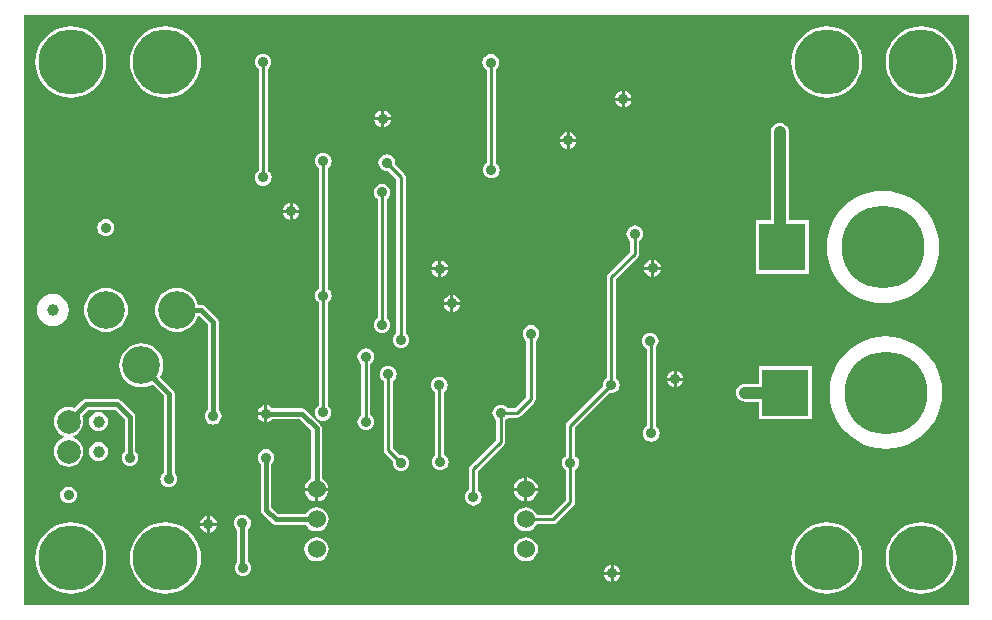
<source format=gbl>
G04 Layer_Physical_Order=2*
G04 Layer_Color=16711680*
%FSLAX25Y25*%
%MOIN*%
G70*
G01*
G75*
%ADD36C,0.01000*%
%ADD37C,0.01500*%
%ADD39C,0.03937*%
%ADD40C,0.06000*%
%ADD41C,0.27559*%
%ADD42C,0.21654*%
%ADD43C,0.07874*%
%ADD44C,0.03937*%
%ADD45C,0.12598*%
%ADD46C,0.03543*%
%ADD47R,0.15748X0.15748*%
G36*
X314961Y0D02*
X0D01*
X0Y196850D01*
X314961D01*
X314961Y0D01*
D02*
G37*
%LPC*%
G36*
X299213Y192966D02*
X297357Y192820D01*
X295547Y192385D01*
X293827Y191673D01*
X292239Y190700D01*
X290824Y189491D01*
X289615Y188075D01*
X288642Y186488D01*
X287930Y184768D01*
X287495Y182958D01*
X287349Y181102D01*
X287495Y179246D01*
X287930Y177436D01*
X288642Y175716D01*
X289615Y174129D01*
X290824Y172714D01*
X292239Y171505D01*
X293827Y170532D01*
X295547Y169820D01*
X297357Y169385D01*
X299213Y169239D01*
X301068Y169385D01*
X302879Y169820D01*
X304598Y170532D01*
X306186Y171505D01*
X307601Y172714D01*
X308810Y174129D01*
X309783Y175716D01*
X310495Y177436D01*
X310930Y179246D01*
X311076Y181102D01*
X310930Y182958D01*
X310495Y184768D01*
X309783Y186488D01*
X308810Y188075D01*
X307601Y189491D01*
X306186Y190700D01*
X304598Y191673D01*
X302879Y192385D01*
X301068Y192820D01*
X299213Y192966D01*
D02*
G37*
G36*
X267717D02*
X265861Y192820D01*
X264051Y192385D01*
X262331Y191673D01*
X260743Y190700D01*
X259328Y189491D01*
X258119Y188075D01*
X257146Y186488D01*
X256434Y184768D01*
X255999Y182958D01*
X255853Y181102D01*
X255999Y179246D01*
X256434Y177436D01*
X257146Y175716D01*
X258119Y174129D01*
X259328Y172714D01*
X260743Y171505D01*
X262331Y170532D01*
X264051Y169820D01*
X265861Y169385D01*
X267717Y169239D01*
X269572Y169385D01*
X271382Y169820D01*
X273102Y170532D01*
X274690Y171505D01*
X276105Y172714D01*
X277314Y174129D01*
X278287Y175716D01*
X278999Y177436D01*
X279434Y179246D01*
X279580Y181102D01*
X279434Y182958D01*
X278999Y184768D01*
X278287Y186488D01*
X277314Y188075D01*
X276105Y189491D01*
X274690Y190700D01*
X273102Y191673D01*
X271382Y192385D01*
X269572Y192820D01*
X267717Y192966D01*
D02*
G37*
G36*
X47244D02*
X45388Y192820D01*
X43578Y192385D01*
X41858Y191673D01*
X40271Y190700D01*
X38855Y189491D01*
X37646Y188075D01*
X36674Y186488D01*
X35961Y184768D01*
X35527Y182958D01*
X35381Y181102D01*
X35527Y179246D01*
X35961Y177436D01*
X36674Y175716D01*
X37646Y174129D01*
X38855Y172714D01*
X40271Y171505D01*
X41858Y170532D01*
X43578Y169820D01*
X45388Y169385D01*
X47244Y169239D01*
X49100Y169385D01*
X50910Y169820D01*
X52630Y170532D01*
X54217Y171505D01*
X55633Y172714D01*
X56842Y174129D01*
X57814Y175716D01*
X58527Y177436D01*
X58961Y179246D01*
X59107Y181102D01*
X58961Y182958D01*
X58527Y184768D01*
X57814Y186488D01*
X56842Y188075D01*
X55633Y189491D01*
X54217Y190700D01*
X52630Y191673D01*
X50910Y192385D01*
X49100Y192820D01*
X47244Y192966D01*
D02*
G37*
G36*
X15748D02*
X13892Y192820D01*
X12082Y192385D01*
X10362Y191673D01*
X8775Y190700D01*
X7359Y189491D01*
X6150Y188075D01*
X5178Y186488D01*
X4465Y184768D01*
X4031Y182958D01*
X3885Y181102D01*
X4031Y179246D01*
X4465Y177436D01*
X5178Y175716D01*
X6150Y174129D01*
X7359Y172714D01*
X8775Y171505D01*
X10362Y170532D01*
X12082Y169820D01*
X13892Y169385D01*
X15748Y169239D01*
X17604Y169385D01*
X19414Y169820D01*
X21134Y170532D01*
X22721Y171505D01*
X24137Y172714D01*
X25346Y174129D01*
X26318Y175716D01*
X27031Y177436D01*
X27465Y179246D01*
X27611Y181102D01*
X27465Y182958D01*
X27031Y184768D01*
X26318Y186488D01*
X25346Y188075D01*
X24137Y189491D01*
X22721Y190700D01*
X21134Y191673D01*
X19414Y192385D01*
X17604Y192820D01*
X15748Y192966D01*
D02*
G37*
G36*
X200402Y171431D02*
Y169201D01*
X202631D01*
X202602Y169424D01*
X202323Y170099D01*
X201878Y170677D01*
X201299Y171122D01*
X200625Y171401D01*
X200402Y171431D01*
D02*
G37*
G36*
X199402D02*
X199178Y171401D01*
X198504Y171122D01*
X197925Y170677D01*
X197480Y170099D01*
X197201Y169424D01*
X197172Y169201D01*
X199402D01*
Y171431D01*
D02*
G37*
G36*
X202631Y168201D02*
X200402D01*
Y165971D01*
X200625Y166000D01*
X201299Y166280D01*
X201878Y166724D01*
X202323Y167303D01*
X202602Y167977D01*
X202631Y168201D01*
D02*
G37*
G36*
X199402D02*
X197172D01*
X197201Y167977D01*
X197480Y167303D01*
X197925Y166724D01*
X198504Y166280D01*
X199178Y166000D01*
X199402Y165971D01*
Y168201D01*
D02*
G37*
G36*
X120185Y164935D02*
Y162705D01*
X122415D01*
X122385Y162928D01*
X122106Y163602D01*
X121662Y164181D01*
X121083Y164626D01*
X120409Y164905D01*
X120185Y164935D01*
D02*
G37*
G36*
X119185D02*
X118962Y164905D01*
X118287Y164626D01*
X117708Y164181D01*
X117264Y163602D01*
X116985Y162928D01*
X116955Y162705D01*
X119185D01*
Y164935D01*
D02*
G37*
G36*
X122415Y161705D02*
X120185D01*
Y159475D01*
X120409Y159504D01*
X121083Y159784D01*
X121662Y160228D01*
X122106Y160807D01*
X122385Y161481D01*
X122415Y161705D01*
D02*
G37*
G36*
X119185D02*
X116955D01*
X116985Y161481D01*
X117264Y160807D01*
X117708Y160228D01*
X118287Y159784D01*
X118962Y159504D01*
X119185Y159475D01*
Y161705D01*
D02*
G37*
G36*
X181996Y157651D02*
Y155421D01*
X184226D01*
X184196Y155645D01*
X183917Y156319D01*
X183473Y156898D01*
X182894Y157342D01*
X182220Y157622D01*
X181996Y157651D01*
D02*
G37*
G36*
X180996D02*
X180772Y157622D01*
X180098Y157342D01*
X179519Y156898D01*
X179075Y156319D01*
X178796Y155645D01*
X178766Y155421D01*
X180996D01*
Y157651D01*
D02*
G37*
G36*
X184226Y154421D02*
X181996D01*
Y152191D01*
X182220Y152221D01*
X182894Y152500D01*
X183473Y152945D01*
X183917Y153524D01*
X184196Y154198D01*
X184226Y154421D01*
D02*
G37*
G36*
X180996D02*
X178766D01*
X178796Y154198D01*
X179075Y153524D01*
X179519Y152945D01*
X180098Y152500D01*
X180772Y152221D01*
X180996Y152191D01*
Y154421D01*
D02*
G37*
G36*
X155709Y183701D02*
X154985Y183606D01*
X154311Y183326D01*
X153732Y182882D01*
X153288Y182303D01*
X153008Y181629D01*
X152913Y180905D01*
X153008Y180182D01*
X153288Y179508D01*
X153732Y178929D01*
X154311Y178484D01*
X154376Y178457D01*
Y147399D01*
X153929Y147055D01*
X153484Y146476D01*
X153205Y145802D01*
X153110Y145079D01*
X153205Y144355D01*
X153484Y143681D01*
X153929Y143102D01*
X154508Y142658D01*
X155182Y142378D01*
X155905Y142283D01*
X156629Y142378D01*
X157303Y142658D01*
X157882Y143102D01*
X158326Y143681D01*
X158606Y144355D01*
X158701Y145079D01*
X158606Y145802D01*
X158326Y146476D01*
X157882Y147055D01*
X157435Y147399D01*
Y178736D01*
X157685Y178929D01*
X158130Y179508D01*
X158409Y180182D01*
X158504Y180905D01*
X158409Y181629D01*
X158130Y182303D01*
X157685Y182882D01*
X157106Y183326D01*
X156432Y183606D01*
X155709Y183701D01*
D02*
G37*
G36*
X79783Y183898D02*
X79060Y183803D01*
X78385Y183523D01*
X77806Y183079D01*
X77362Y182500D01*
X77083Y181826D01*
X76988Y181102D01*
X77083Y180379D01*
X77362Y179705D01*
X77806Y179126D01*
X78349Y178709D01*
Y144904D01*
X77902Y144560D01*
X77457Y143981D01*
X77178Y143307D01*
X77083Y142584D01*
X77178Y141860D01*
X77457Y141186D01*
X77902Y140607D01*
X78481Y140163D01*
X79155Y139883D01*
X79878Y139788D01*
X80602Y139883D01*
X81276Y140163D01*
X81855Y140607D01*
X82300Y141186D01*
X82579Y141860D01*
X82674Y142584D01*
X82579Y143307D01*
X82300Y143981D01*
X81855Y144560D01*
X81408Y144904D01*
Y178855D01*
X81760Y179126D01*
X82204Y179705D01*
X82484Y180379D01*
X82579Y181102D01*
X82484Y181826D01*
X82204Y182500D01*
X81760Y183079D01*
X81181Y183523D01*
X80507Y183803D01*
X79783Y183898D01*
D02*
G37*
G36*
X89673Y134029D02*
Y131799D01*
X91903D01*
X91874Y132023D01*
X91594Y132697D01*
X91150Y133276D01*
X90571Y133720D01*
X89897Y134000D01*
X89673Y134029D01*
D02*
G37*
G36*
X88673D02*
X88450Y134000D01*
X87775Y133720D01*
X87196Y133276D01*
X86752Y132697D01*
X86473Y132023D01*
X86444Y131799D01*
X88673D01*
Y134029D01*
D02*
G37*
G36*
X91903Y130799D02*
X89673D01*
Y128569D01*
X89897Y128599D01*
X90571Y128878D01*
X91150Y129322D01*
X91594Y129901D01*
X91874Y130576D01*
X91903Y130799D01*
D02*
G37*
G36*
X88673D02*
X86444D01*
X86473Y130576D01*
X86752Y129901D01*
X87196Y129322D01*
X87775Y128878D01*
X88450Y128599D01*
X88673Y128569D01*
Y130799D01*
D02*
G37*
G36*
X27362Y128681D02*
X26639Y128586D01*
X25964Y128307D01*
X25385Y127863D01*
X24941Y127284D01*
X24662Y126609D01*
X24567Y125886D01*
X24662Y125162D01*
X24941Y124488D01*
X25385Y123909D01*
X25964Y123465D01*
X26639Y123186D01*
X27362Y123090D01*
X28086Y123186D01*
X28760Y123465D01*
X29339Y123909D01*
X29783Y124488D01*
X30062Y125162D01*
X30158Y125886D01*
X30062Y126609D01*
X29783Y127284D01*
X29339Y127863D01*
X28760Y128307D01*
X28086Y128586D01*
X27362Y128681D01*
D02*
G37*
G36*
X210146Y115033D02*
Y112803D01*
X212375D01*
X212346Y113027D01*
X212067Y113701D01*
X211622Y114280D01*
X211044Y114724D01*
X210369Y115004D01*
X210146Y115033D01*
D02*
G37*
G36*
X209146D02*
X208922Y115004D01*
X208248Y114724D01*
X207669Y114280D01*
X207225Y113701D01*
X206945Y113027D01*
X206916Y112803D01*
X209146D01*
Y115033D01*
D02*
G37*
G36*
X139181Y114935D02*
Y112705D01*
X141411D01*
X141381Y112928D01*
X141102Y113602D01*
X140658Y114181D01*
X140079Y114626D01*
X139405Y114905D01*
X139181Y114935D01*
D02*
G37*
G36*
X138181D02*
X137958Y114905D01*
X137283Y114626D01*
X136704Y114181D01*
X136260Y113602D01*
X135981Y112928D01*
X135951Y112705D01*
X138181D01*
Y114935D01*
D02*
G37*
G36*
X252067Y160770D02*
X251292Y160668D01*
X250570Y160369D01*
X249950Y159893D01*
X249474Y159273D01*
X249175Y158551D01*
X249073Y157776D01*
Y128264D01*
X244079D01*
Y110516D01*
X261827D01*
Y128264D01*
X255178D01*
X255156Y128432D01*
X255061Y128661D01*
Y157776D01*
X254959Y158551D01*
X254660Y159273D01*
X254184Y159893D01*
X253564Y160369D01*
X252842Y160668D01*
X252067Y160770D01*
D02*
G37*
G36*
X212375Y111803D02*
X210146D01*
Y109573D01*
X210369Y109603D01*
X211044Y109882D01*
X211622Y110326D01*
X212067Y110905D01*
X212346Y111580D01*
X212375Y111803D01*
D02*
G37*
G36*
X209146D02*
X206916D01*
X206945Y111580D01*
X207225Y110905D01*
X207669Y110326D01*
X208248Y109882D01*
X208922Y109603D01*
X209146Y109573D01*
Y111803D01*
D02*
G37*
G36*
X141411Y111705D02*
X139181D01*
Y109475D01*
X139405Y109504D01*
X140079Y109784D01*
X140658Y110228D01*
X141102Y110807D01*
X141381Y111481D01*
X141411Y111705D01*
D02*
G37*
G36*
X138181D02*
X135951D01*
X135981Y111481D01*
X136260Y110807D01*
X136704Y110228D01*
X137283Y109784D01*
X137958Y109504D01*
X138181Y109475D01*
Y111705D01*
D02*
G37*
G36*
X143209Y103328D02*
Y101098D01*
X145438D01*
X145409Y101322D01*
X145130Y101996D01*
X144685Y102575D01*
X144106Y103019D01*
X143432Y103299D01*
X143209Y103328D01*
D02*
G37*
G36*
X142209D02*
X141985Y103299D01*
X141311Y103019D01*
X140732Y102575D01*
X140288Y101996D01*
X140008Y101322D01*
X139979Y101098D01*
X142209D01*
Y103328D01*
D02*
G37*
G36*
X286417Y138146D02*
X283969Y137986D01*
X281563Y137507D01*
X279239Y136719D01*
X277039Y135634D01*
X274999Y134270D01*
X273154Y132653D01*
X271537Y130808D01*
X270174Y128768D01*
X269088Y126568D01*
X268300Y124244D01*
X267821Y121838D01*
X267661Y119390D01*
X267821Y116941D01*
X268300Y114535D01*
X269088Y112212D01*
X270174Y110011D01*
X271537Y107971D01*
X273154Y106127D01*
X274999Y104509D01*
X277039Y103146D01*
X279239Y102061D01*
X281563Y101272D01*
X283969Y100794D01*
X286417Y100633D01*
X288866Y100794D01*
X291272Y101272D01*
X293595Y102061D01*
X295796Y103146D01*
X297836Y104509D01*
X299680Y106127D01*
X301298Y107971D01*
X302661Y110011D01*
X303746Y112212D01*
X304535Y114535D01*
X305013Y116941D01*
X305174Y119390D01*
X305013Y121838D01*
X304535Y124244D01*
X303746Y126568D01*
X302661Y128768D01*
X301298Y130808D01*
X299680Y132653D01*
X297836Y134270D01*
X295796Y135634D01*
X293595Y136719D01*
X291272Y137507D01*
X288866Y137986D01*
X286417Y138146D01*
D02*
G37*
G36*
X145438Y100098D02*
X143209D01*
Y97869D01*
X143432Y97898D01*
X144106Y98177D01*
X144685Y98622D01*
X145130Y99201D01*
X145409Y99875D01*
X145438Y100098D01*
D02*
G37*
G36*
X142209D02*
X139979D01*
X140008Y99875D01*
X140288Y99201D01*
X140732Y98622D01*
X141311Y98177D01*
X141985Y97898D01*
X142209Y97869D01*
Y100098D01*
D02*
G37*
G36*
X9744Y103802D02*
X8353Y103619D01*
X7056Y103082D01*
X5942Y102227D01*
X5088Y101114D01*
X4551Y99817D01*
X4367Y98425D01*
X4551Y97034D01*
X5088Y95737D01*
X5942Y94623D01*
X7056Y93769D01*
X8353Y93232D01*
X9744Y93049D01*
X11136Y93232D01*
X12432Y93769D01*
X13546Y94623D01*
X14401Y95737D01*
X14938Y97034D01*
X15121Y98425D01*
X14938Y99817D01*
X14401Y101114D01*
X13546Y102227D01*
X12432Y103082D01*
X11136Y103619D01*
X9744Y103802D01*
D02*
G37*
G36*
X27461Y105760D02*
X26030Y105619D01*
X24654Y105201D01*
X23386Y104524D01*
X22274Y103612D01*
X21362Y102500D01*
X20684Y101232D01*
X20267Y99856D01*
X20126Y98425D01*
X20267Y96994D01*
X20684Y95618D01*
X21362Y94350D01*
X22274Y93239D01*
X23386Y92327D01*
X24654Y91649D01*
X26030Y91232D01*
X27461Y91091D01*
X28892Y91232D01*
X30267Y91649D01*
X31536Y92327D01*
X32647Y93239D01*
X33559Y94350D01*
X34237Y95618D01*
X34654Y96994D01*
X34795Y98425D01*
X34654Y99856D01*
X34237Y101232D01*
X33559Y102500D01*
X32647Y103612D01*
X31536Y104524D01*
X30267Y105201D01*
X28892Y105619D01*
X27461Y105760D01*
D02*
G37*
G36*
X119488Y140394D02*
X118765Y140299D01*
X118090Y140020D01*
X117511Y139575D01*
X117067Y138996D01*
X116788Y138322D01*
X116693Y137598D01*
X116788Y136875D01*
X117067Y136201D01*
X117511Y135622D01*
X117959Y135278D01*
Y95824D01*
X117511Y95481D01*
X117067Y94902D01*
X116788Y94227D01*
X116693Y93504D01*
X116788Y92780D01*
X117067Y92106D01*
X117511Y91527D01*
X118090Y91083D01*
X118765Y90804D01*
X119488Y90708D01*
X120212Y90804D01*
X120886Y91083D01*
X121465Y91527D01*
X121909Y92106D01*
X122188Y92780D01*
X122284Y93504D01*
X122188Y94227D01*
X121909Y94902D01*
X121465Y95481D01*
X121018Y95824D01*
Y135278D01*
X121465Y135622D01*
X121909Y136201D01*
X122188Y136875D01*
X122284Y137598D01*
X122188Y138322D01*
X121909Y138996D01*
X121465Y139575D01*
X120886Y140020D01*
X120212Y140299D01*
X119488Y140394D01*
D02*
G37*
G36*
X121063Y150335D02*
X120339Y150240D01*
X119665Y149960D01*
X119086Y149516D01*
X118642Y148937D01*
X118363Y148263D01*
X118267Y147539D01*
X118363Y146816D01*
X118642Y146142D01*
X119086Y145563D01*
X119665Y145118D01*
X120339Y144839D01*
X121063Y144744D01*
X121622Y144817D01*
X124258Y142182D01*
Y90804D01*
X123811Y90461D01*
X123366Y89882D01*
X123087Y89208D01*
X122992Y88484D01*
X123087Y87761D01*
X123366Y87086D01*
X123811Y86507D01*
X124390Y86063D01*
X125064Y85784D01*
X125787Y85689D01*
X126511Y85784D01*
X127185Y86063D01*
X127764Y86507D01*
X128208Y87086D01*
X128488Y87761D01*
X128583Y88484D01*
X128488Y89208D01*
X128208Y89882D01*
X127764Y90461D01*
X127317Y90804D01*
Y142815D01*
X127200Y143400D01*
X126869Y143896D01*
X123785Y146980D01*
X123859Y147539D01*
X123763Y148263D01*
X123484Y148937D01*
X123040Y149516D01*
X122461Y149960D01*
X121786Y150240D01*
X121063Y150335D01*
D02*
G37*
G36*
X217626Y78123D02*
Y75894D01*
X219856D01*
X219826Y76117D01*
X219547Y76792D01*
X219103Y77371D01*
X218524Y77815D01*
X217849Y78094D01*
X217626Y78123D01*
D02*
G37*
G36*
X216626D02*
X216402Y78094D01*
X215728Y77815D01*
X215149Y77371D01*
X214705Y76792D01*
X214426Y76117D01*
X214396Y75894D01*
X216626D01*
Y78123D01*
D02*
G37*
G36*
X219856Y74894D02*
X217626D01*
Y72664D01*
X217849Y72693D01*
X218524Y72973D01*
X219103Y73417D01*
X219547Y73996D01*
X219826Y74670D01*
X219856Y74894D01*
D02*
G37*
G36*
X216626D02*
X214396D01*
X214426Y74670D01*
X214705Y73996D01*
X215149Y73417D01*
X215728Y72973D01*
X216402Y72693D01*
X216626Y72664D01*
Y74894D01*
D02*
G37*
G36*
X203740Y126614D02*
X203017Y126519D01*
X202342Y126240D01*
X201763Y125796D01*
X201319Y125217D01*
X201040Y124542D01*
X200945Y123819D01*
X201040Y123095D01*
X201319Y122421D01*
X201763Y121842D01*
X202211Y121499D01*
Y117858D01*
X194785Y110432D01*
X194453Y109936D01*
X194337Y109350D01*
Y85728D01*
X194360Y85610D01*
Y75820D01*
X193913Y75477D01*
X193469Y74898D01*
X193190Y74224D01*
X193094Y73500D01*
X193168Y72941D01*
X181202Y60975D01*
X180870Y60479D01*
X180754Y59894D01*
Y49859D01*
X180307Y49516D01*
X179862Y48937D01*
X179583Y48263D01*
X179488Y47539D01*
X179583Y46816D01*
X179862Y46142D01*
X180307Y45563D01*
X180754Y45219D01*
Y34984D01*
X175941Y30171D01*
X171117D01*
X170915Y30659D01*
X170274Y31495D01*
X169439Y32136D01*
X168466Y32539D01*
X167421Y32676D01*
X166377Y32539D01*
X165404Y32136D01*
X164569Y31495D01*
X163927Y30659D01*
X163524Y29686D01*
X163387Y28642D01*
X163524Y27597D01*
X163927Y26625D01*
X164569Y25789D01*
X165404Y25148D01*
X166377Y24745D01*
X167421Y24607D01*
X168466Y24745D01*
X169439Y25148D01*
X170274Y25789D01*
X170915Y26625D01*
X171117Y27112D01*
X176575D01*
X177160Y27229D01*
X177656Y27560D01*
X183365Y33269D01*
X183696Y33765D01*
X183813Y34350D01*
Y45219D01*
X184260Y45563D01*
X184704Y46142D01*
X184984Y46816D01*
X185079Y47539D01*
X184984Y48263D01*
X184704Y48937D01*
X184260Y49516D01*
X183813Y49859D01*
Y59260D01*
X195331Y70778D01*
X195890Y70704D01*
X196613Y70800D01*
X197287Y71079D01*
X197866Y71523D01*
X198311Y72102D01*
X198590Y72776D01*
X198685Y73500D01*
X198590Y74224D01*
X198311Y74898D01*
X197866Y75477D01*
X197419Y75820D01*
Y85705D01*
X197396Y85823D01*
Y108717D01*
X204822Y116143D01*
X205153Y116639D01*
X205270Y117224D01*
Y121499D01*
X205717Y121842D01*
X206161Y122421D01*
X206440Y123095D01*
X206536Y123819D01*
X206440Y124542D01*
X206161Y125217D01*
X205717Y125796D01*
X205138Y126240D01*
X204464Y126519D01*
X203740Y126614D01*
D02*
G37*
G36*
X20689Y68713D02*
X20006Y68578D01*
X19427Y68191D01*
X19427Y68191D01*
X16955Y65719D01*
X16249Y66011D01*
X14961Y66180D01*
X13672Y66011D01*
X12471Y65513D01*
X11440Y64722D01*
X10648Y63691D01*
X10151Y62490D01*
X9981Y61201D01*
X10151Y59912D01*
X10648Y58711D01*
X11440Y57680D01*
X12471Y56888D01*
X13477Y56471D01*
Y55930D01*
X12471Y55513D01*
X11440Y54722D01*
X10648Y53691D01*
X10151Y52490D01*
X9981Y51201D01*
X10151Y49912D01*
X10648Y48711D01*
X11440Y47680D01*
X12471Y46888D01*
X13672Y46391D01*
X14961Y46221D01*
X16249Y46391D01*
X17450Y46888D01*
X18482Y47680D01*
X19273Y48711D01*
X19771Y49912D01*
X19940Y51201D01*
X19771Y52490D01*
X19273Y53691D01*
X18482Y54722D01*
X17450Y55513D01*
X16444Y55930D01*
Y56471D01*
X17450Y56888D01*
X18482Y57680D01*
X19273Y58711D01*
X19771Y59912D01*
X19940Y61201D01*
X19771Y62490D01*
X19478Y63195D01*
X21428Y65145D01*
X30462D01*
X33649Y61958D01*
Y51337D01*
X33456Y51189D01*
X33012Y50610D01*
X32733Y49936D01*
X32638Y49213D01*
X32733Y48489D01*
X33012Y47815D01*
X33456Y47236D01*
X34035Y46792D01*
X34710Y46512D01*
X35433Y46417D01*
X36157Y46512D01*
X36831Y46792D01*
X37410Y47236D01*
X37854Y47815D01*
X38133Y48489D01*
X38229Y49213D01*
X38133Y49936D01*
X37854Y50610D01*
X37410Y51189D01*
X37217Y51337D01*
Y62697D01*
X37082Y63380D01*
X36695Y63959D01*
X32462Y68191D01*
X31884Y68578D01*
X31201Y68713D01*
X20689D01*
X20689Y68713D01*
D02*
G37*
G36*
X169095Y93347D02*
X168371Y93252D01*
X167697Y92972D01*
X167118Y92528D01*
X166674Y91949D01*
X166394Y91275D01*
X166299Y90551D01*
X166394Y89828D01*
X166674Y89153D01*
X167118Y88574D01*
X167565Y88231D01*
Y69236D01*
X163933Y65604D01*
X161375D01*
X161032Y66052D01*
X160453Y66496D01*
X159779Y66775D01*
X159055Y66870D01*
X158332Y66775D01*
X157657Y66496D01*
X157078Y66052D01*
X156634Y65473D01*
X156355Y64798D01*
X156260Y64075D01*
X156355Y63351D01*
X156634Y62677D01*
X157078Y62098D01*
X157526Y61755D01*
Y55161D01*
X148820Y46455D01*
X148489Y45959D01*
X148372Y45374D01*
Y38344D01*
X147925Y38000D01*
X147480Y37421D01*
X147201Y36747D01*
X147106Y36024D01*
X147201Y35300D01*
X147480Y34626D01*
X147925Y34047D01*
X148504Y33603D01*
X149178Y33323D01*
X149902Y33228D01*
X150625Y33323D01*
X151299Y33603D01*
X151878Y34047D01*
X152323Y34626D01*
X152602Y35300D01*
X152697Y36024D01*
X152602Y36747D01*
X152323Y37421D01*
X151878Y38000D01*
X151431Y38344D01*
Y44741D01*
X160137Y53446D01*
X160468Y53942D01*
X160584Y54528D01*
Y61755D01*
X161032Y62098D01*
X161375Y62545D01*
X164567D01*
X165152Y62662D01*
X165648Y62993D01*
X170176Y67521D01*
X170508Y68017D01*
X170624Y68602D01*
Y88231D01*
X171071Y88574D01*
X171516Y89153D01*
X171795Y89828D01*
X171890Y90551D01*
X171795Y91275D01*
X171516Y91949D01*
X171071Y92528D01*
X170492Y92972D01*
X169818Y93252D01*
X169095Y93347D01*
D02*
G37*
G36*
X80201Y66608D02*
X79977Y66578D01*
X79303Y66299D01*
X78724Y65855D01*
X78280Y65276D01*
X78000Y64601D01*
X77971Y64378D01*
X80201D01*
Y66608D01*
D02*
G37*
G36*
X262811Y79740D02*
X245063D01*
Y73860D01*
X240453D01*
X239678Y73758D01*
X238956Y73459D01*
X238336Y72983D01*
X237860Y72363D01*
X237561Y71641D01*
X237459Y70866D01*
X237561Y70091D01*
X237860Y69369D01*
X238336Y68749D01*
X238956Y68273D01*
X239678Y67974D01*
X240453Y67872D01*
X245063D01*
Y61992D01*
X262811D01*
Y79740D01*
D02*
G37*
G36*
X99888Y150796D02*
X99164Y150700D01*
X98490Y150421D01*
X97911Y149977D01*
X97467Y149398D01*
X97187Y148724D01*
X97092Y148000D01*
X97187Y147276D01*
X97467Y146602D01*
X97911Y146023D01*
X98358Y145680D01*
Y105554D01*
X97911Y105211D01*
X97467Y104632D01*
X97187Y103958D01*
X97092Y103234D01*
X97187Y102511D01*
X97467Y101836D01*
X97911Y101257D01*
X98358Y100914D01*
Y66629D01*
X97826Y66221D01*
X97382Y65642D01*
X97103Y64967D01*
X97008Y64244D01*
X97103Y63520D01*
X97382Y62846D01*
X97826Y62267D01*
X98405Y61823D01*
X99080Y61544D01*
X99803Y61448D01*
X100527Y61544D01*
X101201Y61823D01*
X101780Y62267D01*
X102224Y62846D01*
X102504Y63520D01*
X102599Y64244D01*
X102504Y64967D01*
X102224Y65642D01*
X101780Y66221D01*
X101417Y66499D01*
Y100914D01*
X101864Y101257D01*
X102309Y101836D01*
X102588Y102511D01*
X102683Y103234D01*
X102588Y103958D01*
X102309Y104632D01*
X101864Y105211D01*
X101417Y105554D01*
Y145680D01*
X101864Y146023D01*
X102309Y146602D01*
X102588Y147276D01*
X102683Y148000D01*
X102588Y148724D01*
X102309Y149398D01*
X101864Y149977D01*
X101285Y150421D01*
X100611Y150700D01*
X99888Y150796D01*
D02*
G37*
G36*
X80201Y63378D02*
X77971D01*
X78000Y63154D01*
X78280Y62480D01*
X78724Y61901D01*
X79303Y61457D01*
X79977Y61178D01*
X80201Y61148D01*
Y63378D01*
D02*
G37*
G36*
X51083Y105760D02*
X49652Y105619D01*
X48276Y105201D01*
X47008Y104524D01*
X45896Y103612D01*
X44984Y102500D01*
X44306Y101232D01*
X43889Y99856D01*
X43748Y98425D01*
X43889Y96994D01*
X44306Y95618D01*
X44984Y94350D01*
X45896Y93239D01*
X47008Y92327D01*
X48276Y91649D01*
X49652Y91232D01*
X51083Y91091D01*
X52514Y91232D01*
X53890Y91649D01*
X55158Y92327D01*
X56269Y93239D01*
X57181Y94350D01*
X57859Y95618D01*
X58062Y96287D01*
X58627Y96428D01*
X61405Y93651D01*
Y65117D01*
X61212Y64969D01*
X60768Y64390D01*
X60489Y63716D01*
X60393Y62992D01*
X60489Y62269D01*
X60768Y61594D01*
X61212Y61015D01*
X61791Y60571D01*
X62465Y60292D01*
X63189Y60197D01*
X63912Y60292D01*
X64587Y60571D01*
X65166Y61015D01*
X65610Y61594D01*
X65889Y62269D01*
X65985Y62992D01*
X65889Y63716D01*
X65610Y64390D01*
X65166Y64969D01*
X64973Y65117D01*
Y94390D01*
X64837Y95073D01*
X64451Y95651D01*
X64451Y95652D01*
X60415Y99687D01*
X59836Y100074D01*
X59153Y100209D01*
X58169D01*
X57859Y101232D01*
X57181Y102500D01*
X56269Y103612D01*
X55158Y104524D01*
X53890Y105201D01*
X52514Y105619D01*
X51083Y105760D01*
D02*
G37*
G36*
X114075Y85670D02*
X113351Y85574D01*
X112677Y85295D01*
X112098Y84851D01*
X111654Y84272D01*
X111374Y83598D01*
X111279Y82874D01*
X111374Y82151D01*
X111654Y81476D01*
X112098Y80897D01*
X112545Y80554D01*
Y63442D01*
X112098Y63099D01*
X111654Y62520D01*
X111374Y61846D01*
X111279Y61122D01*
X111374Y60399D01*
X111654Y59724D01*
X112098Y59145D01*
X112677Y58701D01*
X113351Y58422D01*
X114075Y58327D01*
X114798Y58422D01*
X115473Y58701D01*
X116052Y59145D01*
X116496Y59724D01*
X116775Y60399D01*
X116870Y61122D01*
X116775Y61846D01*
X116496Y62520D01*
X116052Y63099D01*
X115604Y63442D01*
Y80554D01*
X116052Y80897D01*
X116496Y81476D01*
X116775Y82151D01*
X116870Y82874D01*
X116775Y83598D01*
X116496Y84272D01*
X116052Y84851D01*
X115473Y85295D01*
X114798Y85574D01*
X114075Y85670D01*
D02*
G37*
G36*
X24961Y64393D02*
X24134Y64285D01*
X23364Y63966D01*
X22703Y63458D01*
X22196Y62797D01*
X21877Y62027D01*
X21768Y61201D01*
X21877Y60374D01*
X22196Y59605D01*
X22703Y58943D01*
X23364Y58436D01*
X24134Y58117D01*
X24961Y58008D01*
X25787Y58117D01*
X26557Y58436D01*
X27218Y58943D01*
X27725Y59605D01*
X28045Y60374D01*
X28153Y61201D01*
X28045Y62027D01*
X27725Y62797D01*
X27218Y63458D01*
X26557Y63966D01*
X25787Y64285D01*
X24961Y64393D01*
D02*
G37*
G36*
X208858Y90886D02*
X208135Y90791D01*
X207460Y90512D01*
X206881Y90067D01*
X206437Y89488D01*
X206158Y88814D01*
X206063Y88090D01*
X206158Y87367D01*
X206437Y86693D01*
X206881Y86114D01*
X207460Y85669D01*
X207723Y85561D01*
Y59604D01*
X207275Y59260D01*
X206831Y58681D01*
X206552Y58007D01*
X206456Y57284D01*
X206552Y56560D01*
X206831Y55886D01*
X207275Y55307D01*
X207854Y54862D01*
X208528Y54583D01*
X209252Y54488D01*
X209976Y54583D01*
X210650Y54862D01*
X211229Y55307D01*
X211673Y55886D01*
X211952Y56560D01*
X212048Y57284D01*
X211952Y58007D01*
X211673Y58681D01*
X211229Y59260D01*
X210781Y59604D01*
Y86073D01*
X210835Y86114D01*
X211279Y86693D01*
X211559Y87367D01*
X211654Y88090D01*
X211559Y88814D01*
X211279Y89488D01*
X210835Y90067D01*
X210256Y90512D01*
X209582Y90791D01*
X208858Y90886D01*
D02*
G37*
G36*
X287402Y89623D02*
X284953Y89462D01*
X282547Y88984D01*
X280224Y88195D01*
X278023Y87110D01*
X275983Y85747D01*
X274139Y84129D01*
X272521Y82284D01*
X271158Y80244D01*
X270073Y78044D01*
X269284Y75721D01*
X268805Y73314D01*
X268645Y70866D01*
X268805Y68418D01*
X269284Y66012D01*
X270073Y63688D01*
X271158Y61488D01*
X272521Y59448D01*
X274139Y57603D01*
X275983Y55985D01*
X278023Y54622D01*
X280224Y53537D01*
X282547Y52749D01*
X284953Y52270D01*
X287402Y52109D01*
X289850Y52270D01*
X292256Y52749D01*
X294579Y53537D01*
X296780Y54622D01*
X298820Y55985D01*
X300665Y57603D01*
X302282Y59448D01*
X303645Y61488D01*
X304731Y63688D01*
X305519Y66012D01*
X305998Y68418D01*
X306158Y70866D01*
X305998Y73314D01*
X305519Y75721D01*
X304731Y78044D01*
X303645Y80244D01*
X302282Y82284D01*
X300665Y84129D01*
X298820Y85747D01*
X296780Y87110D01*
X294579Y88195D01*
X292256Y88984D01*
X289850Y89462D01*
X287402Y89623D01*
D02*
G37*
G36*
X24961Y54393D02*
X24134Y54285D01*
X23364Y53966D01*
X22703Y53458D01*
X22196Y52797D01*
X21877Y52027D01*
X21768Y51201D01*
X21877Y50375D01*
X22196Y49604D01*
X22703Y48943D01*
X23364Y48436D01*
X24134Y48117D01*
X24961Y48008D01*
X25787Y48117D01*
X26557Y48436D01*
X27218Y48943D01*
X27725Y49604D01*
X28045Y50375D01*
X28153Y51201D01*
X28045Y52027D01*
X27725Y52797D01*
X27218Y53458D01*
X26557Y53966D01*
X25787Y54285D01*
X24961Y54393D01*
D02*
G37*
G36*
X138583Y76221D02*
X137859Y76126D01*
X137185Y75846D01*
X136606Y75402D01*
X136162Y74823D01*
X135882Y74149D01*
X135787Y73425D01*
X135882Y72702D01*
X136162Y72027D01*
X136606Y71448D01*
X137053Y71105D01*
Y49928D01*
X136901Y49811D01*
X136457Y49232D01*
X136178Y48558D01*
X136082Y47835D01*
X136178Y47111D01*
X136457Y46437D01*
X136901Y45858D01*
X137480Y45414D01*
X138154Y45134D01*
X138878Y45039D01*
X139602Y45134D01*
X140276Y45414D01*
X140855Y45858D01*
X141299Y46437D01*
X141578Y47111D01*
X141674Y47835D01*
X141578Y48558D01*
X141299Y49232D01*
X140855Y49811D01*
X140276Y50256D01*
X140112Y50323D01*
Y71105D01*
X140559Y71448D01*
X141004Y72027D01*
X141283Y72702D01*
X141378Y73425D01*
X141283Y74149D01*
X141004Y74823D01*
X140559Y75402D01*
X139980Y75846D01*
X139306Y76126D01*
X138583Y76221D01*
D02*
G37*
G36*
X121555Y79764D02*
X120832Y79669D01*
X120157Y79390D01*
X119578Y78945D01*
X119134Y78366D01*
X118855Y77692D01*
X118760Y76968D01*
X118855Y76245D01*
X119134Y75571D01*
X119578Y74992D01*
X120026Y74648D01*
Y51673D01*
X120142Y51088D01*
X120474Y50592D01*
X123065Y48000D01*
X122992Y47441D01*
X123087Y46717D01*
X123366Y46043D01*
X123811Y45464D01*
X124390Y45020D01*
X125064Y44741D01*
X125787Y44645D01*
X126511Y44741D01*
X127185Y45020D01*
X127764Y45464D01*
X128208Y46043D01*
X128488Y46717D01*
X128583Y47441D01*
X128488Y48164D01*
X128208Y48839D01*
X127764Y49418D01*
X127185Y49862D01*
X126511Y50141D01*
X125787Y50236D01*
X125228Y50163D01*
X123084Y52307D01*
Y74648D01*
X123532Y74992D01*
X123976Y75571D01*
X124255Y76245D01*
X124351Y76968D01*
X124255Y77692D01*
X123976Y78366D01*
X123532Y78945D01*
X122953Y79390D01*
X122279Y79669D01*
X121555Y79764D01*
D02*
G37*
G36*
X39272Y87256D02*
X37841Y87115D01*
X36465Y86698D01*
X35197Y86020D01*
X34085Y85108D01*
X33173Y83996D01*
X32495Y82728D01*
X32078Y81352D01*
X31937Y79921D01*
X32078Y78490D01*
X32495Y77114D01*
X33173Y75846D01*
X34085Y74735D01*
X35197Y73823D01*
X36465Y73145D01*
X37841Y72728D01*
X39272Y72587D01*
X40703Y72728D01*
X42078Y73145D01*
X43021Y73649D01*
X46838Y69832D01*
Y44477D01*
X46350Y44103D01*
X45906Y43524D01*
X45627Y42849D01*
X45531Y42126D01*
X45627Y41402D01*
X45906Y40728D01*
X46350Y40149D01*
X46929Y39705D01*
X47603Y39426D01*
X48327Y39330D01*
X49050Y39426D01*
X49725Y39705D01*
X50304Y40149D01*
X50748Y40728D01*
X51027Y41402D01*
X51122Y42126D01*
X51027Y42849D01*
X50748Y43524D01*
X50406Y43969D01*
Y70571D01*
X50406Y70571D01*
X50271Y71254D01*
X49884Y71832D01*
X45544Y76172D01*
X46048Y77114D01*
X46465Y78490D01*
X46606Y79921D01*
X46465Y81352D01*
X46048Y82728D01*
X45370Y83996D01*
X44458Y85108D01*
X43347Y86020D01*
X42078Y86698D01*
X40703Y87115D01*
X39272Y87256D01*
D02*
G37*
G36*
X81201Y66608D02*
Y63878D01*
Y61148D01*
X81424Y61178D01*
X82099Y61457D01*
X82678Y61901D01*
X82825Y62094D01*
X91977D01*
X95854Y58218D01*
Y42232D01*
X95621Y42136D01*
X94785Y41495D01*
X94144Y40659D01*
X93741Y39686D01*
X93669Y39142D01*
X97638D01*
X101607D01*
X101535Y39686D01*
X101132Y40659D01*
X100491Y41495D01*
X99655Y42136D01*
X99422Y42232D01*
Y58957D01*
X99422Y58957D01*
X99286Y59640D01*
X98900Y60218D01*
X98900Y60218D01*
X93978Y65140D01*
X93399Y65526D01*
X92716Y65662D01*
X82825D01*
X82678Y65855D01*
X82099Y66299D01*
X81424Y66578D01*
X81201Y66608D01*
D02*
G37*
G36*
X167921Y42610D02*
Y39142D01*
X171390D01*
X171318Y39686D01*
X170915Y40659D01*
X170274Y41495D01*
X169439Y42136D01*
X168466Y42539D01*
X167921Y42610D01*
D02*
G37*
G36*
X166921D02*
X166377Y42539D01*
X165404Y42136D01*
X164569Y41495D01*
X163927Y40659D01*
X163524Y39686D01*
X163453Y39142D01*
X166921D01*
Y42610D01*
D02*
G37*
G36*
X101607Y38142D02*
X98138D01*
Y34673D01*
X98682Y34745D01*
X99655Y35148D01*
X100491Y35789D01*
X101132Y36625D01*
X101535Y37598D01*
X101607Y38142D01*
D02*
G37*
G36*
X171390Y38142D02*
X167921D01*
Y34673D01*
X168466Y34745D01*
X169439Y35148D01*
X170274Y35789D01*
X170915Y36625D01*
X171318Y37598D01*
X171390Y38142D01*
D02*
G37*
G36*
X166921D02*
X163453D01*
X163524Y37598D01*
X163927Y36625D01*
X164569Y35789D01*
X165404Y35148D01*
X166377Y34745D01*
X166921Y34673D01*
Y38142D01*
D02*
G37*
G36*
X97138Y38142D02*
X93669D01*
X93741Y37598D01*
X94144Y36625D01*
X94785Y35789D01*
X95621Y35148D01*
X96594Y34745D01*
X97138Y34673D01*
Y38142D01*
D02*
G37*
G36*
X14961Y39508D02*
X14237Y39413D01*
X13563Y39134D01*
X12984Y38689D01*
X12540Y38110D01*
X12260Y37436D01*
X12165Y36713D01*
X12260Y35989D01*
X12540Y35315D01*
X12984Y34736D01*
X13563Y34292D01*
X14237Y34012D01*
X14961Y33917D01*
X15684Y34012D01*
X16358Y34292D01*
X16937Y34736D01*
X17382Y35315D01*
X17661Y35989D01*
X17756Y36713D01*
X17661Y37436D01*
X17382Y38110D01*
X16937Y38689D01*
X16358Y39134D01*
X15684Y39413D01*
X14961Y39508D01*
D02*
G37*
G36*
X62114Y29698D02*
Y27468D01*
X64344D01*
X64315Y27692D01*
X64035Y28366D01*
X63591Y28945D01*
X63012Y29390D01*
X62338Y29669D01*
X62114Y29698D01*
D02*
G37*
G36*
X61114D02*
X60891Y29669D01*
X60216Y29390D01*
X59637Y28945D01*
X59193Y28366D01*
X58914Y27692D01*
X58884Y27468D01*
X61114D01*
Y29698D01*
D02*
G37*
G36*
X80807Y52008D02*
X80084Y51913D01*
X79409Y51634D01*
X78830Y51189D01*
X78386Y50610D01*
X78107Y49936D01*
X78012Y49213D01*
X78107Y48489D01*
X78386Y47815D01*
X78830Y47236D01*
X79023Y47088D01*
Y31791D01*
X79159Y31108D01*
X79545Y30530D01*
X82695Y27380D01*
X83274Y26993D01*
X83957Y26858D01*
X94047D01*
X94144Y26625D01*
X94785Y25789D01*
X95621Y25148D01*
X96594Y24745D01*
X97638Y24607D01*
X98682Y24745D01*
X99655Y25148D01*
X100491Y25789D01*
X101132Y26625D01*
X101535Y27597D01*
X101672Y28642D01*
X101535Y29686D01*
X101132Y30659D01*
X100491Y31495D01*
X99655Y32136D01*
X98682Y32539D01*
X97638Y32676D01*
X96594Y32539D01*
X95621Y32136D01*
X94785Y31495D01*
X94144Y30659D01*
X94047Y30426D01*
X84696D01*
X82591Y32530D01*
Y47088D01*
X82784Y47236D01*
X83228Y47815D01*
X83507Y48489D01*
X83603Y49213D01*
X83507Y49936D01*
X83228Y50610D01*
X82784Y51189D01*
X82205Y51634D01*
X81531Y51913D01*
X80807Y52008D01*
D02*
G37*
G36*
X64344Y26469D02*
X62114D01*
Y24239D01*
X62338Y24268D01*
X63012Y24547D01*
X63591Y24992D01*
X64035Y25571D01*
X64315Y26245D01*
X64344Y26469D01*
D02*
G37*
G36*
X61114D02*
X58884D01*
X58914Y26245D01*
X59193Y25571D01*
X59637Y24992D01*
X60216Y24547D01*
X60891Y24268D01*
X61114Y24239D01*
Y26469D01*
D02*
G37*
G36*
X167421Y22676D02*
X166377Y22539D01*
X165404Y22136D01*
X164569Y21495D01*
X163927Y20659D01*
X163524Y19686D01*
X163387Y18642D01*
X163524Y17597D01*
X163927Y16624D01*
X164569Y15789D01*
X165404Y15148D01*
X166377Y14745D01*
X167421Y14607D01*
X168466Y14745D01*
X169439Y15148D01*
X170274Y15789D01*
X170915Y16624D01*
X171318Y17597D01*
X171456Y18642D01*
X171318Y19686D01*
X170915Y20659D01*
X170274Y21495D01*
X169439Y22136D01*
X168466Y22539D01*
X167421Y22676D01*
D02*
G37*
G36*
X97638D02*
X96594Y22539D01*
X95621Y22136D01*
X94785Y21495D01*
X94144Y20659D01*
X93741Y19686D01*
X93603Y18642D01*
X93741Y17597D01*
X94144Y16624D01*
X94785Y15789D01*
X95621Y15148D01*
X96594Y14745D01*
X97638Y14607D01*
X98682Y14745D01*
X99655Y15148D01*
X100491Y15789D01*
X101132Y16624D01*
X101535Y17597D01*
X101672Y18642D01*
X101535Y19686D01*
X101132Y20659D01*
X100491Y21495D01*
X99655Y22136D01*
X98682Y22539D01*
X97638Y22676D01*
D02*
G37*
G36*
X196661Y13360D02*
Y11130D01*
X198891D01*
X198862Y11354D01*
X198582Y12028D01*
X198138Y12607D01*
X197559Y13051D01*
X196885Y13330D01*
X196661Y13360D01*
D02*
G37*
G36*
X195661D02*
X195438Y13330D01*
X194764Y13051D01*
X194185Y12607D01*
X193740Y12028D01*
X193461Y11354D01*
X193432Y11130D01*
X195661D01*
Y13360D01*
D02*
G37*
G36*
X72933Y30158D02*
X72210Y30062D01*
X71535Y29783D01*
X70956Y29339D01*
X70512Y28760D01*
X70233Y28086D01*
X70138Y27362D01*
X70233Y26639D01*
X70512Y25964D01*
X70956Y25385D01*
X71149Y25238D01*
Y14471D01*
X70709Y13898D01*
X70430Y13224D01*
X70334Y12500D01*
X70430Y11776D01*
X70709Y11102D01*
X71153Y10523D01*
X71732Y10079D01*
X72406Y9800D01*
X73130Y9704D01*
X73853Y9800D01*
X74528Y10079D01*
X75107Y10523D01*
X75551Y11102D01*
X75830Y11776D01*
X75925Y12500D01*
X75830Y13224D01*
X75551Y13898D01*
X75107Y14477D01*
X74717Y14775D01*
Y25238D01*
X74910Y25385D01*
X75354Y25964D01*
X75633Y26639D01*
X75729Y27362D01*
X75633Y28086D01*
X75354Y28760D01*
X74910Y29339D01*
X74331Y29783D01*
X73657Y30062D01*
X72933Y30158D01*
D02*
G37*
G36*
X198891Y10130D02*
X196661D01*
Y7900D01*
X196885Y7930D01*
X197559Y8209D01*
X198138Y8653D01*
X198582Y9232D01*
X198862Y9906D01*
X198891Y10130D01*
D02*
G37*
G36*
X195661D02*
X193432D01*
X193461Y9906D01*
X193740Y9232D01*
X194185Y8653D01*
X194764Y8209D01*
X195438Y7930D01*
X195661Y7900D01*
Y10130D01*
D02*
G37*
G36*
X299213Y27611D02*
X297357Y27465D01*
X295547Y27031D01*
X293827Y26318D01*
X292239Y25346D01*
X290824Y24137D01*
X289615Y22721D01*
X288642Y21134D01*
X287930Y19414D01*
X287495Y17604D01*
X287349Y15748D01*
X287495Y13892D01*
X287930Y12082D01*
X288642Y10362D01*
X289615Y8775D01*
X290824Y7359D01*
X292239Y6150D01*
X293827Y5178D01*
X295547Y4465D01*
X297357Y4031D01*
X299213Y3885D01*
X301068Y4031D01*
X302879Y4465D01*
X304598Y5178D01*
X306186Y6150D01*
X307601Y7359D01*
X308810Y8775D01*
X309783Y10362D01*
X310495Y12082D01*
X310930Y13892D01*
X311076Y15748D01*
X310930Y17604D01*
X310495Y19414D01*
X309783Y21134D01*
X308810Y22721D01*
X307601Y24137D01*
X306186Y25346D01*
X304598Y26318D01*
X302879Y27031D01*
X301068Y27465D01*
X299213Y27611D01*
D02*
G37*
G36*
X267717D02*
X265861Y27465D01*
X264051Y27031D01*
X262331Y26318D01*
X260743Y25346D01*
X259328Y24137D01*
X258119Y22721D01*
X257146Y21134D01*
X256434Y19414D01*
X255999Y17604D01*
X255853Y15748D01*
X255999Y13892D01*
X256434Y12082D01*
X257146Y10362D01*
X258119Y8775D01*
X259328Y7359D01*
X260743Y6150D01*
X262331Y5178D01*
X264051Y4465D01*
X265861Y4031D01*
X267717Y3885D01*
X269572Y4031D01*
X271382Y4465D01*
X273102Y5178D01*
X274690Y6150D01*
X276105Y7359D01*
X277314Y8775D01*
X278287Y10362D01*
X278999Y12082D01*
X279434Y13892D01*
X279580Y15748D01*
X279434Y17604D01*
X278999Y19414D01*
X278287Y21134D01*
X277314Y22721D01*
X276105Y24137D01*
X274690Y25346D01*
X273102Y26318D01*
X271382Y27031D01*
X269572Y27465D01*
X267717Y27611D01*
D02*
G37*
G36*
X47244D02*
X45388Y27465D01*
X43578Y27031D01*
X41858Y26318D01*
X40271Y25346D01*
X38855Y24137D01*
X37646Y22721D01*
X36674Y21134D01*
X35961Y19414D01*
X35527Y17604D01*
X35381Y15748D01*
X35527Y13892D01*
X35961Y12082D01*
X36674Y10362D01*
X37646Y8775D01*
X38855Y7359D01*
X40271Y6150D01*
X41858Y5178D01*
X43578Y4465D01*
X45388Y4031D01*
X47244Y3885D01*
X49100Y4031D01*
X50910Y4465D01*
X52630Y5178D01*
X54217Y6150D01*
X55633Y7359D01*
X56842Y8775D01*
X57814Y10362D01*
X58527Y12082D01*
X58961Y13892D01*
X59107Y15748D01*
X58961Y17604D01*
X58527Y19414D01*
X57814Y21134D01*
X56842Y22721D01*
X55633Y24137D01*
X54217Y25346D01*
X52630Y26318D01*
X50910Y27031D01*
X49100Y27465D01*
X47244Y27611D01*
D02*
G37*
G36*
X15748D02*
X13892Y27465D01*
X12082Y27031D01*
X10362Y26318D01*
X8775Y25346D01*
X7359Y24137D01*
X6150Y22721D01*
X5178Y21134D01*
X4465Y19414D01*
X4031Y17604D01*
X3885Y15748D01*
X4031Y13892D01*
X4465Y12082D01*
X5178Y10362D01*
X6150Y8775D01*
X7359Y7359D01*
X8775Y6150D01*
X10362Y5178D01*
X12082Y4465D01*
X13892Y4031D01*
X15748Y3885D01*
X17604Y4031D01*
X19414Y4465D01*
X21134Y5178D01*
X22721Y6150D01*
X24137Y7359D01*
X25346Y8775D01*
X26318Y10362D01*
X27031Y12082D01*
X27465Y13892D01*
X27611Y15748D01*
X27465Y17604D01*
X27031Y19414D01*
X26318Y21134D01*
X25346Y22721D01*
X24137Y24137D01*
X22721Y25346D01*
X21134Y26318D01*
X19414Y27031D01*
X17604Y27465D01*
X15748Y27611D01*
D02*
G37*
%LPD*%
D36*
X182283Y47539D02*
Y59894D01*
Y34350D02*
Y47539D01*
X176575Y28642D02*
X182283Y34350D01*
X167421Y28642D02*
X176575D01*
X182283Y59894D02*
X195890Y73500D01*
X99888Y64159D02*
Y103234D01*
X99803Y64244D02*
X99888Y64159D01*
X79878Y142584D02*
Y181007D01*
X79783Y181102D02*
X79878Y181007D01*
X99888Y103234D02*
Y148000D01*
X114075Y61122D02*
Y82874D01*
X138583Y48130D02*
X138878Y47835D01*
X138583Y48130D02*
Y73425D01*
X159055Y54528D02*
Y64075D01*
X169095Y68602D02*
Y90551D01*
X164567Y64075D02*
X169095Y68602D01*
X159055Y64075D02*
X164567D01*
X125787Y88484D02*
Y142815D01*
X121063Y147539D02*
X125787Y142815D01*
X121555Y51673D02*
Y76968D01*
Y51673D02*
X125787Y47441D01*
X149902Y36024D02*
Y45374D01*
X159055Y54528D01*
X119488Y93504D02*
Y137598D01*
X155905Y145079D02*
Y180709D01*
X155709Y180905D02*
X155905Y180709D01*
X208858Y88090D02*
X209252Y87697D01*
Y57284D02*
Y87697D01*
X195866Y85728D02*
X195890Y85705D01*
Y73500D02*
Y85705D01*
X195866Y85728D02*
Y109350D01*
X203740Y117224D01*
Y123819D01*
D37*
X14961Y61201D02*
X20689Y66929D01*
X35433Y49213D02*
Y62697D01*
X92716Y63878D02*
X97638Y58957D01*
X80701Y63878D02*
X92716D01*
X80807Y31791D02*
Y49213D01*
Y31791D02*
X83957Y28642D01*
X97638D01*
Y38642D02*
Y58957D01*
X51083Y98425D02*
X59153D01*
X63189Y62992D02*
Y94390D01*
X59153Y98425D02*
X63189Y94390D01*
X20689Y66929D02*
X31201D01*
X35433Y62697D01*
X39272Y79921D02*
X48622Y70571D01*
X72933Y12697D02*
Y27362D01*
X48622Y42126D02*
Y70571D01*
D39*
X240453Y70866D02*
X253937D01*
X252067Y127854D02*
X252264Y127657D01*
X252067Y127854D02*
Y157776D01*
D40*
X167421Y28642D02*
D03*
Y18642D02*
D03*
Y38642D02*
D03*
X97638Y28642D02*
D03*
Y38642D02*
D03*
Y18642D02*
D03*
D41*
X287402Y70866D02*
D03*
X286417Y119390D02*
D03*
D42*
X15748Y15748D02*
D03*
X299213D02*
D03*
Y181102D02*
D03*
X15748D02*
D03*
X47244D02*
D03*
Y15748D02*
D03*
X267717Y181102D02*
D03*
Y15748D02*
D03*
D43*
X14961Y61201D02*
D03*
Y51201D02*
D03*
D44*
X24961Y61201D02*
D03*
Y51201D02*
D03*
X9744Y98425D02*
D03*
D45*
X51083D02*
D03*
X39272Y79921D02*
D03*
X27461Y98425D02*
D03*
D46*
X182283Y47539D02*
D03*
X208858Y88090D02*
D03*
X209252Y57284D02*
D03*
X99803Y64244D02*
D03*
X79783Y181102D02*
D03*
X79878Y142584D02*
D03*
X89173Y131299D02*
D03*
X99888Y103234D02*
D03*
Y148000D02*
D03*
X80807Y49213D02*
D03*
X138681Y112205D02*
D03*
X142709Y100598D02*
D03*
X114075Y61122D02*
D03*
X138878Y47835D02*
D03*
X138583Y73425D02*
D03*
X195890Y73500D02*
D03*
X169095Y90551D02*
D03*
X35433Y49213D02*
D03*
X14961Y36713D02*
D03*
X27362Y125886D02*
D03*
X209646Y112303D02*
D03*
X80701Y63878D02*
D03*
X159055Y64075D02*
D03*
X114075Y82874D02*
D03*
X125787Y88484D02*
D03*
X121063Y147539D02*
D03*
X181496Y154921D02*
D03*
X119685Y162205D02*
D03*
X240453Y70866D02*
D03*
X121555Y76968D02*
D03*
X125787Y47441D02*
D03*
X63189Y62992D02*
D03*
X149902Y36024D02*
D03*
X119488Y93504D02*
D03*
Y137598D02*
D03*
X155905Y145079D02*
D03*
X155709Y180905D02*
D03*
X72933Y27362D02*
D03*
X61614Y26969D02*
D03*
X217126Y75394D02*
D03*
X196161Y10630D02*
D03*
X73130Y12500D02*
D03*
X48327Y42126D02*
D03*
X252067Y157776D02*
D03*
X199902Y168701D02*
D03*
X203740Y123819D02*
D03*
D47*
X253937Y70866D02*
D03*
X252953Y119390D02*
D03*
M02*

</source>
